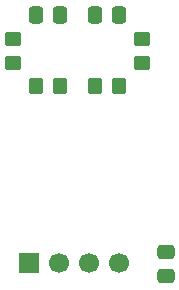
<source format=gbr>
%TF.GenerationSoftware,KiCad,Pcbnew,9.0.6*%
%TF.CreationDate,2025-11-27T01:35:14-08:00*%
%TF.ProjectId,encoder-board,656e636f-6465-4722-9d62-6f6172642e6b,rev?*%
%TF.SameCoordinates,Original*%
%TF.FileFunction,Soldermask,Top*%
%TF.FilePolarity,Negative*%
%FSLAX46Y46*%
G04 Gerber Fmt 4.6, Leading zero omitted, Abs format (unit mm)*
G04 Created by KiCad (PCBNEW 9.0.6) date 2025-11-27 01:35:14*
%MOMM*%
%LPD*%
G01*
G04 APERTURE LIST*
G04 Aperture macros list*
%AMRoundRect*
0 Rectangle with rounded corners*
0 $1 Rounding radius*
0 $2 $3 $4 $5 $6 $7 $8 $9 X,Y pos of 4 corners*
0 Add a 4 corners polygon primitive as box body*
4,1,4,$2,$3,$4,$5,$6,$7,$8,$9,$2,$3,0*
0 Add four circle primitives for the rounded corners*
1,1,$1+$1,$2,$3*
1,1,$1+$1,$4,$5*
1,1,$1+$1,$6,$7*
1,1,$1+$1,$8,$9*
0 Add four rect primitives between the rounded corners*
20,1,$1+$1,$2,$3,$4,$5,0*
20,1,$1+$1,$4,$5,$6,$7,0*
20,1,$1+$1,$6,$7,$8,$9,0*
20,1,$1+$1,$8,$9,$2,$3,0*%
G04 Aperture macros list end*
%ADD10RoundRect,0.250000X0.350000X0.450000X-0.350000X0.450000X-0.350000X-0.450000X0.350000X-0.450000X0*%
%ADD11RoundRect,0.250000X0.450000X-0.350000X0.450000X0.350000X-0.450000X0.350000X-0.450000X-0.350000X0*%
%ADD12RoundRect,0.250000X0.337500X0.475000X-0.337500X0.475000X-0.337500X-0.475000X0.337500X-0.475000X0*%
%ADD13R,1.700000X1.700000*%
%ADD14C,1.700000*%
%ADD15RoundRect,0.250000X-0.350000X-0.450000X0.350000X-0.450000X0.350000X0.450000X-0.350000X0.450000X0*%
%ADD16RoundRect,0.250000X-0.337500X-0.475000X0.337500X-0.475000X0.337500X0.475000X-0.337500X0.475000X0*%
%ADD17RoundRect,0.250000X-0.475000X0.337500X-0.475000X-0.337500X0.475000X-0.337500X0.475000X0.337500X0*%
G04 APERTURE END LIST*
D10*
%TO.C,R3*%
X111000000Y-108000000D03*
X109000000Y-108000000D03*
%TD*%
D11*
%TO.C,R2*%
X118000000Y-106000000D03*
X118000000Y-104000000D03*
%TD*%
D12*
%TO.C,C2*%
X111037500Y-102000000D03*
X108962500Y-102000000D03*
%TD*%
D13*
%TO.C,J1*%
X108380000Y-123000000D03*
D14*
X110920000Y-123000000D03*
X113460000Y-123000000D03*
X116000000Y-123000000D03*
%TD*%
D11*
%TO.C,R4*%
X107000000Y-106000000D03*
X107000000Y-104000000D03*
%TD*%
D15*
%TO.C,R1*%
X114000000Y-108000000D03*
X116000000Y-108000000D03*
%TD*%
D16*
%TO.C,C1*%
X113962500Y-102000000D03*
X116037500Y-102000000D03*
%TD*%
D17*
%TO.C,C3*%
X120000000Y-122000000D03*
X120000000Y-124075000D03*
%TD*%
M02*

</source>
